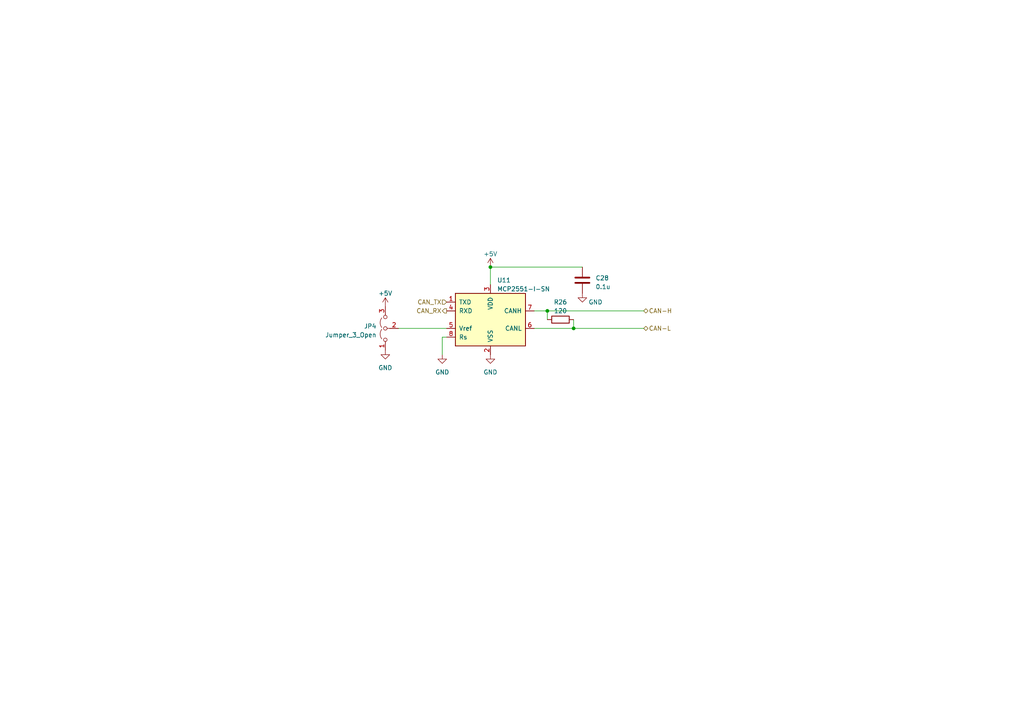
<source format=kicad_sch>
(kicad_sch (version 20230121) (generator eeschema)
  (paper "A4")
  (lib_symbols
    (symbol "Device:C" (pin_numbers hide) (pin_names (offset 0.254))
      (property "Reference" "C" (at 0.635 2.54 0))
      (property "Value" "C" (at 0.635 -2.54 0))
      (symbol "C_0_1"
        (polyline (pts (xy -2.032 -0.762) (xy 2.032 -0.762)) (stroke (width 0.508)))
        (polyline (pts (xy -2.032 0.762) (xy 2.032 0.762)) (stroke (width 0.508)))
      )
      (symbol "C_1_1"
        (pin passive line (at 0 3.81 270) (length 2.794) (name "~") (number "1"))
        (pin passive line (at 0 -3.81 90) (length 2.794) (name "~") (number "2"))
      )
    )
    (symbol "Device:R" (pin_numbers hide) (pin_names (offset 0))
      (property "Reference" "R" (at 2.032 0 90))
      (property "Value" "R" (at 0 0 90))
      (symbol "R_0_1"
        (rectangle (start -1.016 -2.54) (end 1.016 2.54) (stroke (width 0.254)))
      )
      (symbol "R_1_1"
        (pin passive line (at 0 3.81 270) (length 1.27) (name "~") (number "1"))
        (pin passive line (at 0 -3.81 90) (length 1.27) (name "~") (number "2"))
      )
    )
    (symbol "Interface_CAN_LIN:MCP2551-I-SN" (pin_names (offset 1.016))
      (property "Reference" "U" (at -10.16 8.89 0))
      (property "Value" "MCP2551-I-SN" (at 2.54 8.89 0))
      (symbol "MCP2551-I-SN_0_1"
        (rectangle (start -10.16 7.62) (end 10.16 -7.62) (stroke (width 0.254)) (fill (type background)))
      )
      (symbol "MCP2551-I-SN_1_1"
        (pin input line (at -12.7 5.08 0) (length 2.54) (name "TXD") (number "1"))
        (pin power_in line (at 0 -10.16 90) (length 2.54) (name "VSS") (number "2"))
        (pin power_in line (at 0 10.16 270) (length 2.54) (name "VDD") (number "3"))
        (pin output line (at -12.7 2.54 0) (length 2.54) (name "RXD") (number "4"))
        (pin power_out line (at -12.7 -2.54 0) (length 2.54) (name "Vref") (number "5"))
        (pin bidirectional line (at 12.7 -2.54 180) (length 2.54) (name "CANL") (number "6"))
        (pin bidirectional line (at 12.7 2.54 180) (length 2.54) (name "CANH") (number "7"))
        (pin input line (at -12.7 -5.08 0) (length 2.54) (name "Rs") (number "8"))
      )
    )
    (symbol "Jumper:Jumper_3_Open" (pin_names (offset 0) hide)
      (property "Reference" "JP" (at -2.54 -2.54 0))
      (property "Value" "Jumper_3_Open" (at 0 2.794 0))
      (symbol "Jumper_3_Open_0_0"
        (circle (center -3.302 0) (radius 0.508))
        (circle (center 0 0) (radius 0.508))
        (circle (center 3.302 0) (radius 0.508))
      )
      (symbol "Jumper_3_Open_0_1"
        (arc (start -0.254 1.016) (mid -1.651 1.4992) (end -3.048 1.016))
        (polyline (pts (xy 0 -0.508) (xy 0 -1.27)))
        (arc (start 3.048 1.016) (mid 1.651 1.4992) (end 0.254 1.016))
      )
      (symbol "Jumper_3_Open_1_1"
        (pin passive line (at -6.35 0 0) (length 2.54) (name "A") (number "1"))
        (pin passive line (at 0 -3.81 90) (length 2.54) (name "C") (number "2"))
        (pin passive line (at 6.35 0 180) (length 2.54) (name "B") (number "3"))
      )
    )
    (symbol "power:+5V" (power) (pin_names (offset 0))
      (property "Value" "+5V" (at 0 3.556 0))
      (symbol "+5V_0_1"
        (polyline (pts (xy -0.762 1.27) (xy 0 2.54)))
        (polyline (pts (xy 0 0) (xy 0 2.54)))
        (polyline (pts (xy 0 2.54) (xy 0.762 1.27)))
      )
      (symbol "+5V_1_1"
        (pin power_in line (at 0 0 90) (length 0) hide (name "+5V") (number "1"))
      )
    )
    (symbol "power:GND" (power) (pin_names (offset 0))
      (property "Value" "GND" (at 0 -3.81 0))
      (symbol "GND_0_1"
        (polyline (pts (xy 0 0) (xy 0 -1.27) (xy 1.27 -1.27) (xy 0 -2.54) (xy -1.27 -1.27) (xy 0 -1.27)))
      )
      (symbol "GND_1_1"
        (pin power_in line (at 0 0 270) (length 0) hide (name "GND") (number "1"))
      )
    )
  )
  (junction (at 158.75 90.17))
  (junction (at 166.37 95.25))
  (junction (at 142.24 77.47))
  (wire (pts (xy 166.37 92.71) (xy 166.37 95.25)))
  (wire (pts (xy 158.75 90.17) (xy 186.69 90.17)))
  (wire (pts (xy 158.75 90.17) (xy 158.75 92.71)))
  (wire (pts (xy 154.94 90.17) (xy 158.75 90.17)))
  (wire (pts (xy 115.57 95.25) (xy 129.54 95.25)))
  (wire (pts (xy 154.94 95.25) (xy 166.37 95.25)))
  (wire (pts (xy 166.37 95.25) (xy 186.69 95.25)))
  (wire (pts (xy 142.24 77.47) (xy 142.24 82.55)))
  (wire (pts (xy 128.27 97.79) (xy 129.54 97.79)))
  (wire (pts (xy 142.24 77.47) (xy 168.91 77.47)))
  (wire (pts (xy 128.27 102.87) (xy 128.27 97.79)))
  (hierarchical_label "CAN-H" (shape bidirectional) (at 186.69 90.17 0))
  (hierarchical_label "CAN-L" (shape bidirectional) (at 186.69 95.25 0))
  (hierarchical_label "CAN_TX" (shape input) (at 129.54 87.63 180))
  (hierarchical_label "CAN_RX" (shape output) (at 129.54 90.17 180))
  (symbol (lib_id "Jumper:Jumper_3_Open") (at 111.76 95.25 90) (unit 1)
    (property "Reference" "JP4" (at 109.22 94.615 90) (effects (justify left)))
    (property "Value" "Jumper_3_Open" (at 109.22 97.155 90) (effects (justify left)))
    (property "Footprint" "Jumper:SolderJumper-3_P1.3mm_Open_Pad1.0x1.5mm" (effects hide))
  )
  (symbol (lib_id "power:GND") (at 111.76 101.6 0) (unit 1)
    (property "Reference" "#PWR070" (effects hide))
    (property "Value" "GND" (at 111.76 106.68 0))
  )
  (symbol (lib_id "power:GND") (at 128.27 102.87 0) (unit 1)
    (property "Reference" "#PWR071" (effects hide))
    (property "Value" "GND" (at 128.27 107.95 0))
  )
  (symbol (lib_id "Device:R") (at 162.56 92.71 90) (unit 1)
    (property "Reference" "R26" (at 162.56 87.63 90))
    (property "Value" "120" (at 162.56 90.17 90))
    (property "Footprint" "Resistor_SMD:R_0603_1608Metric_Pad0.98x0.95mm_HandSolder" (effects hide))
  )
  (symbol (lib_id "power:+5V") (at 111.76 88.9 0) (unit 1)
    (property "Reference" "#PWR069" (effects hide))
    (property "Value" "+5V" (at 111.76 85.09 0))
  )
  (symbol (lib_id "power:+5V") (at 142.24 77.47 0) (unit 1)
    (property "Reference" "#PWR072" (effects hide))
    (property "Value" "+5V" (at 142.24 73.66 0))
  )
  (symbol (lib_id "Interface_CAN_LIN:MCP2551-I-SN") (at 142.24 92.71 0) (unit 1)
    (property "Reference" "U11" (at 144.1959 81.28 0) (effects (justify left)))
    (property "Value" "MCP2551-I-SN" (at 144.1959 83.82 0) (effects (justify left)))
    (property "Footprint" "Package_SO:SOIC-8_3.9x4.9mm_P1.27mm" (effects hide))
    (property "Datasheet" "http://ww1.microchip.com/downloads/en/devicedoc/21667d.pdf" (effects hide))
  )
  (symbol (lib_id "power:GND") (at 142.24 102.87 0) (unit 1)
    (property "Reference" "#PWR073" (effects hide))
    (property "Value" "GND" (at 142.24 107.95 0))
  )
  (symbol (lib_id "power:GND") (at 168.91 85.09 0) (unit 1)
    (property "Reference" "#PWR074" (effects hide))
    (property "Value" "GND" (at 172.72 87.63 0))
  )
  (symbol (lib_id "Device:C") (at 168.91 81.28 0) (unit 1)
    (property "Reference" "C28" (at 172.72 80.645 0) (effects (justify left)))
    (property "Value" "0.1u" (at 172.72 83.185 0) (effects (justify left)))
    (property "Footprint" "Capacitor_SMD:C_0603_1608Metric_Pad1.08x0.95mm_HandSolder" (effects hide))
    (property "LCSC" "C14663" (effects hide))
  )
)
</source>
